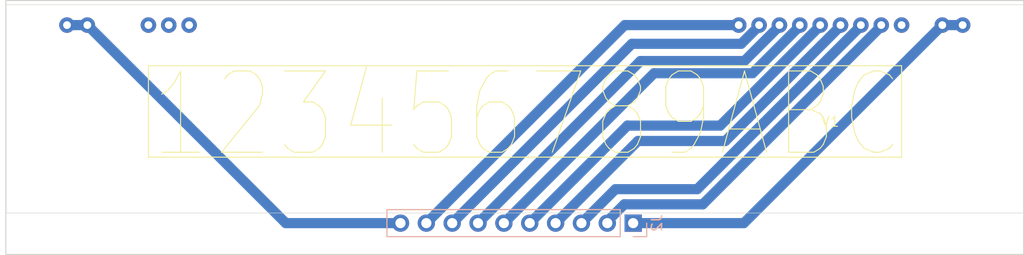
<source format=kicad_pcb>
(kicad_pcb (version 20221018) (generator pcbnew)
  (layers (0 "F.Cu" signal) (31 "B.Cu" signal) (34 "B.Paste" user) (35 "F.Paste" user) (36 "B.SilkS" user "B.Silkscreen") (37 "F.SilkS" user "F.Silkscreen") (38 "B.Mask" user) (39 "F.Mask" user) (44 "Edge.Cuts" user))
  (net 0 "")
  (net 1 "VCC")
  (net 2 "GNDD")
  (net 3 "VF1")
  (net 4 "VF2")
  (net 5 "VEE")
  (net 6 "Net-(J1-Pin_4)")
  (net 7 "Net-(J1-Pin_5)")
  (net 8 "Net-(J1-Pin_6)")
  (net 9 "Net-(J1-Pin_7)")
  (net 10 "Net-(J1-Pin_8)")
  (footprint "MyLib:VFD HCS-12SS59T" (layer "F.Cu") (at 13.3056 13.9988)
    (fp_text reference "V1" (at 81.1 11.3 unlocked) (layer "F.SilkS") (effects (font (thickness 0.1))))
    (fp_text value "~")
    (fp_text user "123456789ABC" (at 14.1 15.3 unlocked) (layer "F.SilkS") (effects (font (size 8 6.5) (thickness 0.1)) (justify left bottom)))
    (fp_line (start 14.1 5.8) (end 88.1 5.8) (stroke (width 0.1)) (layer "F.SilkS"))
    (fp_line (start 14.1 14.8) (end 14.1 5.8) (stroke (width 0.1)) (layer "F.SilkS"))
    (fp_line (start 88.1 5.8) (end 88.1 14.8) (stroke (width 0.1)) (layer "F.SilkS"))
    (fp_line (start 88.1 14.8) (end 14.1 14.8) (stroke (width 0.1)) (layer "F.SilkS"))
    (fp_line (start 0.1 -0.2) (end 100.1 -0.2) (stroke (width 0.05)) (layer "Edge.Cuts"))
    (fp_line (start 0.1 20.3) (end 0.1 -0.2) (stroke (width 0.05)) (layer "Edge.Cuts"))
    (fp_line (start 100.1 -0.2) (end 100.1 20.3) (stroke (width 0.05)) (layer "Edge.Cuts"))
    (fp_line (start 100.1 20.3) (end 0.1 20.3) (stroke (width 0.05)) (layer "Edge.Cuts"))
    (pad "1" thru_hole circle (at 94.1 1.8) (size 1.524 1.524) (drill 0.762) (layers "*.Cu" "*.Mask") (net 3 "VF1"))
    (pad "2" thru_hole circle (at 92.1 1.8) (size 1.524 1.524) (drill 0.762) (layers "*.Cu" "*.Mask") (net 3 "VF1"))
    (pad "4" thru_hole circle (at 88.1 1.8) (size 1.524 1.524) (drill 0.762) (layers "*.Cu" "*.Mask"))
    (pad "5" thru_hole circle (at 86.1 1.8) (size 1.524 1.524) (drill 0.762) (layers "*.Cu" "*.Mask") (net 1 "VCC"))
    (pad "6" thru_hole circle (at 84.1 1.8) (size 1.524 1.524) (drill 0.762) (layers "*.Cu" "*.Mask") (net 5 "VEE"))
    (pad "7" thru_hole circle (at 82.1 1.8) (size 1.524 1.524) (drill 0.762) (layers "*.Cu" "*.Mask") (net 2 "GNDD"))
    (pad "8" thru_hole circle (at 80.1 1.8) (size 1.524 1.524) (drill 0.762) (layers "*.Cu" "*.Mask") (net 6 "Net-(J1-Pin_4)"))
    (pad "9" thru_hole circle (at 78.1 1.8) (size 1.524 1.524) (drill 0.762) (layers "*.Cu" "*.Mask") (net 7 "Net-(J1-Pin_5)"))
    (pad "10" thru_hole circle (at 76.1 1.8) (size 1.524 1.524) (drill 0.762) (layers "*.Cu" "*.Mask") (net 8 "Net-(J1-Pin_6)"))
    (pad "11" thru_hole circle (at 74.1 1.8) (size 1.524 1.524) (drill 0.762) (layers "*.Cu" "*.Mask") (net 9 "Net-(J1-Pin_7)"))
    (pad "12" thru_hole circle (at 72.1 1.8) (size 1.524 1.524) (drill 0.762) (layers "*.Cu" "*.Mask") (net 10 "Net-(J1-Pin_8)"))
    (pad "39" thru_hole circle (at 18.1 1.8) (size 1.524 1.524) (drill 0.762) (layers "*.Cu" "*.Mask"))
    (pad "40" thru_hole circle (at 16.1 1.8) (size 1.524 1.524) (drill 0.762) (layers "*.Cu" "*.Mask"))
    (pad "41" thru_hole circle (at 14.1 1.8) (size 1.524 1.524) (drill 0.762) (layers "*.Cu" "*.Mask"))
    (pad "44" thru_hole circle (at 8.1 1.8) (size 1.524 1.524) (drill 0.762) (layers "*.Cu" "*.Mask") (net 4 "VF2"))
    (pad "45" thru_hole circle (at 6.1 1.8) (size 1.524 1.524) (drill 0.762) (layers "*.Cu" "*.Mask") (net 4 "VF2"))
  )
  (footprint "Connector_PinHeader_2.54mm:PinHeader_1x10_P2.54mm_Vertical" (layer "B.Cu") (at 75.0316 35.2948 90)
    (fp_text reference "J2" (at 0 2.33 90) (layer "B.SilkS") (effects (justify mirror)))
    (fp_text value "Breadboard")
    (fp_line (start -1.33 -24.19) (end 1.33 -24.19) (stroke (width 0.12)) (layer "B.SilkS"))
    (fp_line (start -1.33 -1.27) (end -1.33 -24.19) (stroke (width 0.12)) (layer "B.SilkS"))
    (fp_line (start -1.33 -1.27) (end 1.33 -1.27) (stroke (width 0.12)) (layer "B.SilkS"))
    (fp_line (start -1.33 0) (end -1.33 1.33) (stroke (width 0.12)) (layer "B.SilkS"))
    (fp_line (start -1.33 1.33) (end 0 1.33) (stroke (width 0.12)) (layer "B.SilkS"))
    (fp_line (start 1.33 -1.27) (end 1.33 -24.19) (stroke (width 0.12)) (layer "B.SilkS"))
    (pad "1" thru_hole rect (at 0 0 90) (size 1.7 1.7) (drill 1) (layers "*.Cu" "*.Mask") (net 3 "VF1"))
    (pad "2" thru_hole oval (at 0 -2.54 90) (size 1.7 1.7) (drill 1) (layers "*.Cu" "*.Mask") (net 1 "VCC"))
    (pad "3" thru_hole oval (at 0 -5.08 90) (size 1.7 1.7) (drill 1) (layers "*.Cu" "*.Mask") (net 5 "VEE"))
    (pad "4" thru_hole oval (at 0 -7.62 90) (size 1.7 1.7) (drill 1) (layers "*.Cu" "*.Mask") (net 2 "GNDD"))
    (pad "5" thru_hole oval (at 0 -10.16 90) (size 1.7 1.7) (drill 1) (layers "*.Cu" "*.Mask") (net 6 "Net-(J1-Pin_4)"))
    (pad "6" thru_hole oval (at 0 -12.7 90) (size 1.7 1.7) (drill 1) (layers "*.Cu" "*.Mask") (net 7 "Net-(J1-Pin_5)"))
    (pad "7" thru_hole oval (at 0 -15.24 90) (size 1.7 1.7) (drill 1) (layers "*.Cu" "*.Mask") (net 8 "Net-(J1-Pin_6)"))
    (pad "8" thru_hole oval (at 0 -17.78 90) (size 1.7 1.7) (drill 1) (layers "*.Cu" "*.Mask") (net 9 "Net-(J1-Pin_7)"))
    (pad "9" thru_hole oval (at 0 -20.32 90) (size 1.7 1.7) (drill 1) (layers "*.Cu" "*.Mask") (net 10 "Net-(J1-Pin_8)"))
    (pad "10" thru_hole oval (at 0 -22.86 90) (size 1.7 1.7) (drill 1) (layers "*.Cu" "*.Mask") (net 4 "VF2"))
  )
  (gr_line (start 13.3984 38.3794) (end 13.3984 13.3794) (stroke (width 0.1)) (layer "Edge.Cuts"))
  (gr_line (start 113.3984 38.3794) (end 13.3984 38.3794) (stroke (width 0.1)) (layer "Edge.Cuts"))
  (gr_line (start 113.3984 13.3794) (end 113.3984 38.3794) (stroke (width 0.1)) (layer "Edge.Cuts"))
  (gr_line (start 13.3984 13.3794) (end 113.3984 13.3794) (stroke (width 0.1)) (layer "Edge.Cuts"))
  (segment (start 99.4056 15.9099) (end 99.4056 15.7988) (width 1) (layer "B.Cu") (net 1))
  (segment (start 81.8707 33.4448) (end 99.4056 15.9099) (width 1) (layer "B.Cu") (net 1))
  (segment (start 72.4916 35.2948) (end 72.4916 35.1165) (width 1) (layer "B.Cu") (net 1))
  (segment (start 74.1633 33.4448) (end 81.8707 33.4448) (width 1) (layer "B.Cu") (net 1))
  (segment (start 72.4916 35.1165) (end 74.1633 33.4448) (width 1) (layer "B.Cu") (net 1))
  (segment (start 84.0895 27.2091) (end 75.4973 27.2091) (width 1) (layer "B.Cu") (net 2))
  (segment (start 95.4056 15.7988) (end 95.4056 15.893) (width 1) (layer "B.Cu") (net 2))
  (segment (start 75.4973 27.2091) (end 67.4116 35.2948) (width 1) (layer "B.Cu") (net 2))
  (segment (start 95.4056 15.893) (end 84.0895 27.2091) (width 1) (layer "B.Cu") (net 2))
  (segment (start 85.9096 35.2948) (end 75.0316 35.2948) (width 1) (layer "B.Cu") (net 3))
  (segment (start 105.4056 15.7988) (end 85.9096 35.2948) (width 1) (layer "B.Cu") (net 3))
  (segment (start 105.4056 15.7988) (end 107.4056 15.7988) (width 1) (layer "B.Cu") (net 3))
  (segment (start 21.4056 15.7988) (end 40.9016 35.2948) (width 1) (layer "B.Cu") (net 4))
  (segment (start 19.4056 15.7988) (end 21.4056 15.7988) (width 1) (layer "B.Cu") (net 4))
  (segment (start 40.9016 35.2948) (end 52.1716 35.2948) (width 1) (layer "B.Cu") (net 4))
  (segment (start 69.9516 35.2948) (end 73.2934 31.953) (width 1) (layer "B.Cu") (net 5))
  (segment (start 81.3259 31.953) (end 97.4056 15.8733) (width 1) (layer "B.Cu") (net 5))
  (segment (start 73.2934 31.953) (end 81.3259 31.953) (width 1) (layer "B.Cu") (net 5))
  (segment (start 97.4056 15.8733) (end 97.4056 15.7988) (width 1) (layer "B.Cu") (net 5))
  (segment (start 83.5823 25.6952) (end 74.4711 25.6952) (width 1) (layer "B.Cu") (net 6))
  (segment (start 74.4711 25.6952) (end 74.4711 25.6953) (width 1) (layer "B.Cu") (net 6))
  (segment (start 74.4711 25.6953) (end 64.8716 35.2948) (width 1) (layer "B.Cu") (net 6))
  (segment (start 93.4056 15.8719) (end 83.5823 25.6952) (width 1) (layer "B.Cu") (net 6))
  (segment (start 93.4056 15.7988) (end 93.4056 15.8719) (width 1) (layer "B.Cu") (net 6))
  (segment (start 77.0879 20.5385) (end 86.7648 20.5385) (width 1) (layer "B.Cu") (net 7))
  (segment (start 62.3316 35.2948) (end 77.0879 20.5385) (width 1) (layer "B.Cu") (net 7))
  (segment (start 86.7648 20.5385) (end 91.4056 15.8977) (width 1) (layer "B.Cu") (net 7))
  (segment (start 91.4056 15.8977) (end 91.4056 15.7988) (width 1) (layer "B.Cu") (net 7))
  (segment (start 89.4056 15.8908) (end 85.9582 19.3382) (width 1) (layer "B.Cu") (net 8))
  (segment (start 89.4056 15.7988) (end 89.4056 15.8908) (width 1) (layer "B.Cu") (net 8))
  (segment (start 85.9582 19.3382) (end 75.7482 19.3382) (width 1) (layer "B.Cu") (net 8))
  (segment (start 75.7482 19.3382) (end 59.7916 35.2948) (width 1) (layer "B.Cu") (net 8))
  (segment (start 85.6488 17.6406) (end 74.9058 17.6406) (width 1) (layer "B.Cu") (net 9))
  (segment (start 74.9058 17.6406) (end 57.2516 35.2948) (width 1) (layer "B.Cu") (net 9))
  (segment (start 87.4056 15.8838) (end 85.6488 17.6406) (width 1) (layer "B.Cu") (net 9))
  (segment (start 87.4056 15.7988) (end 87.4056 15.8838) (width 1) (layer "B.Cu") (net 9))
  (segment (start 85.4056 15.7988) (end 74.2076 15.7988) (width 1) (layer "B.Cu") (net 10))
  (segment (start 74.2076 15.7988) (end 54.7116 35.2948) (width 1) (layer "B.Cu") (net 10))
)
</source>
